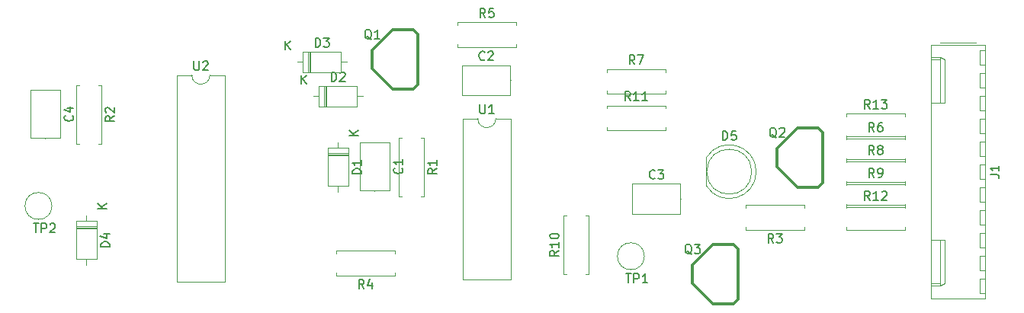
<source format=gbr>
%TF.GenerationSoftware,KiCad,Pcbnew,5.1.6-c6e7f7d~86~ubuntu16.04.1*%
%TF.CreationDate,2020-07-04T05:21:27+01:00*%
%TF.ProjectId,g850-pic-prog,67383530-2d70-4696-932d-70726f672e6b,rev?*%
%TF.SameCoordinates,Original*%
%TF.FileFunction,Legend,Top*%
%TF.FilePolarity,Positive*%
%FSLAX46Y46*%
G04 Gerber Fmt 4.6, Leading zero omitted, Abs format (unit mm)*
G04 Created by KiCad (PCBNEW 5.1.6-c6e7f7d~86~ubuntu16.04.1) date 2020-07-04 05:21:27*
%MOMM*%
%LPD*%
G01*
G04 APERTURE LIST*
%ADD10C,0.304800*%
%ADD11C,0.120000*%
%ADD12C,0.203200*%
%ADD13C,0.150000*%
G04 APERTURE END LIST*
D10*
%TO.C,Q2*%
X179832000Y-85090000D02*
X179832000Y-83058000D01*
X179832000Y-85090000D02*
X182118000Y-87376000D01*
X179832000Y-83058000D02*
X182118000Y-80772000D01*
X184404000Y-87376000D02*
X182118000Y-87376000D01*
X184912000Y-86868000D02*
X184404000Y-87376000D01*
X184912000Y-81280000D02*
X184912000Y-86868000D01*
X184404000Y-80772000D02*
X184912000Y-81280000D01*
X182118000Y-80772000D02*
X184404000Y-80772000D01*
D11*
%TO.C,U2*%
X116824000Y-74870000D02*
G75*
G02*
X114824000Y-74870000I-1000000J0D01*
G01*
X114824000Y-74870000D02*
X113174000Y-74870000D01*
X113174000Y-74870000D02*
X113174000Y-97850000D01*
X113174000Y-97850000D02*
X118474000Y-97850000D01*
X118474000Y-97850000D02*
X118474000Y-74870000D01*
X118474000Y-74870000D02*
X116824000Y-74870000D01*
%TO.C,U1*%
X148574000Y-79696000D02*
G75*
G02*
X146574000Y-79696000I-1000000J0D01*
G01*
X146574000Y-79696000D02*
X144924000Y-79696000D01*
X144924000Y-79696000D02*
X144924000Y-97596000D01*
X144924000Y-97596000D02*
X150224000Y-97596000D01*
X150224000Y-97596000D02*
X150224000Y-79696000D01*
X150224000Y-79696000D02*
X148574000Y-79696000D01*
%TO.C,TP2*%
X99290000Y-89408000D02*
G75*
G03*
X99290000Y-89408000I-1500000J0D01*
G01*
%TO.C,TP1*%
X165076000Y-94996000D02*
G75*
G03*
X165076000Y-94996000I-1500000J0D01*
G01*
%TO.C,R13*%
X187484000Y-79478000D02*
X187484000Y-79148000D01*
X187484000Y-79148000D02*
X194024000Y-79148000D01*
X194024000Y-79148000D02*
X194024000Y-79478000D01*
X187484000Y-81558000D02*
X187484000Y-81888000D01*
X187484000Y-81888000D02*
X194024000Y-81888000D01*
X194024000Y-81888000D02*
X194024000Y-81558000D01*
%TO.C,R12*%
X187484000Y-89638000D02*
X187484000Y-89308000D01*
X187484000Y-89308000D02*
X194024000Y-89308000D01*
X194024000Y-89308000D02*
X194024000Y-89638000D01*
X187484000Y-91718000D02*
X187484000Y-92048000D01*
X187484000Y-92048000D02*
X194024000Y-92048000D01*
X194024000Y-92048000D02*
X194024000Y-91718000D01*
%TO.C,R11*%
X160882000Y-78574000D02*
X160882000Y-78244000D01*
X160882000Y-78244000D02*
X167422000Y-78244000D01*
X167422000Y-78244000D02*
X167422000Y-78574000D01*
X160882000Y-80654000D02*
X160882000Y-80984000D01*
X160882000Y-80984000D02*
X167422000Y-80984000D01*
X167422000Y-80984000D02*
X167422000Y-80654000D01*
%TO.C,R10*%
X156440000Y-96996000D02*
X156110000Y-96996000D01*
X156110000Y-96996000D02*
X156110000Y-90456000D01*
X156110000Y-90456000D02*
X156440000Y-90456000D01*
X158520000Y-96996000D02*
X158850000Y-96996000D01*
X158850000Y-96996000D02*
X158850000Y-90456000D01*
X158850000Y-90456000D02*
X158520000Y-90456000D01*
%TO.C,R9*%
X187484000Y-87098000D02*
X187484000Y-86768000D01*
X187484000Y-86768000D02*
X194024000Y-86768000D01*
X194024000Y-86768000D02*
X194024000Y-87098000D01*
X187484000Y-89178000D02*
X187484000Y-89508000D01*
X187484000Y-89508000D02*
X194024000Y-89508000D01*
X194024000Y-89508000D02*
X194024000Y-89178000D01*
%TO.C,R8*%
X187484000Y-84558000D02*
X187484000Y-84228000D01*
X187484000Y-84228000D02*
X194024000Y-84228000D01*
X194024000Y-84228000D02*
X194024000Y-84558000D01*
X187484000Y-86638000D02*
X187484000Y-86968000D01*
X187484000Y-86968000D02*
X194024000Y-86968000D01*
X194024000Y-86968000D02*
X194024000Y-86638000D01*
%TO.C,R7*%
X160882000Y-74524000D02*
X160882000Y-74194000D01*
X160882000Y-74194000D02*
X167422000Y-74194000D01*
X167422000Y-74194000D02*
X167422000Y-74524000D01*
X160882000Y-76604000D02*
X160882000Y-76934000D01*
X160882000Y-76934000D02*
X167422000Y-76934000D01*
X167422000Y-76934000D02*
X167422000Y-76604000D01*
%TO.C,R6*%
X187484000Y-82018000D02*
X187484000Y-81688000D01*
X187484000Y-81688000D02*
X194024000Y-81688000D01*
X194024000Y-81688000D02*
X194024000Y-82018000D01*
X187484000Y-84098000D02*
X187484000Y-84428000D01*
X187484000Y-84428000D02*
X194024000Y-84428000D01*
X194024000Y-84428000D02*
X194024000Y-84098000D01*
%TO.C,R5*%
X144304000Y-69318000D02*
X144304000Y-68988000D01*
X144304000Y-68988000D02*
X150844000Y-68988000D01*
X150844000Y-68988000D02*
X150844000Y-69318000D01*
X144304000Y-71398000D02*
X144304000Y-71728000D01*
X144304000Y-71728000D02*
X150844000Y-71728000D01*
X150844000Y-71728000D02*
X150844000Y-71398000D01*
%TO.C,R4*%
X137382000Y-96798000D02*
X137382000Y-97128000D01*
X137382000Y-97128000D02*
X130842000Y-97128000D01*
X130842000Y-97128000D02*
X130842000Y-96798000D01*
X137382000Y-94718000D02*
X137382000Y-94388000D01*
X137382000Y-94388000D02*
X130842000Y-94388000D01*
X130842000Y-94388000D02*
X130842000Y-94718000D01*
%TO.C,R3*%
X182848000Y-91718000D02*
X182848000Y-92048000D01*
X182848000Y-92048000D02*
X176308000Y-92048000D01*
X176308000Y-92048000D02*
X176308000Y-91718000D01*
X182848000Y-89638000D02*
X182848000Y-89308000D01*
X182848000Y-89308000D02*
X176308000Y-89308000D01*
X176308000Y-89308000D02*
X176308000Y-89638000D01*
%TO.C,R2*%
X104418000Y-75978000D02*
X104748000Y-75978000D01*
X104748000Y-75978000D02*
X104748000Y-82518000D01*
X104748000Y-82518000D02*
X104418000Y-82518000D01*
X102338000Y-75978000D02*
X102008000Y-75978000D01*
X102008000Y-75978000D02*
X102008000Y-82518000D01*
X102008000Y-82518000D02*
X102338000Y-82518000D01*
%TO.C,R1*%
X140232000Y-81820000D02*
X140562000Y-81820000D01*
X140562000Y-81820000D02*
X140562000Y-88360000D01*
X140562000Y-88360000D02*
X140232000Y-88360000D01*
X138152000Y-81820000D02*
X137822000Y-81820000D01*
X137822000Y-81820000D02*
X137822000Y-88360000D01*
X137822000Y-88360000D02*
X138152000Y-88360000D01*
D10*
%TO.C,Q3*%
X170434000Y-98044000D02*
X170434000Y-96012000D01*
X170434000Y-98044000D02*
X172720000Y-100330000D01*
X170434000Y-96012000D02*
X172720000Y-93726000D01*
X175006000Y-100330000D02*
X172720000Y-100330000D01*
X175514000Y-99822000D02*
X175006000Y-100330000D01*
X175514000Y-94234000D02*
X175514000Y-99822000D01*
X175006000Y-93726000D02*
X175514000Y-94234000D01*
X172720000Y-93726000D02*
X175006000Y-93726000D01*
%TO.C,Q1*%
X134874000Y-74168000D02*
X134874000Y-72136000D01*
X134874000Y-74168000D02*
X137160000Y-76454000D01*
X134874000Y-72136000D02*
X137160000Y-69850000D01*
X139446000Y-76454000D02*
X137160000Y-76454000D01*
X139954000Y-75946000D02*
X139446000Y-76454000D01*
X139954000Y-70358000D02*
X139954000Y-75946000D01*
X139446000Y-69850000D02*
X139954000Y-70358000D01*
X137160000Y-69850000D02*
X139446000Y-69850000D01*
D11*
%TO.C,J1*%
X202928000Y-71518000D02*
X196908000Y-71518000D01*
X196908000Y-71518000D02*
X196908000Y-99678000D01*
X196908000Y-99678000D02*
X202928000Y-99678000D01*
X202928000Y-99678000D02*
X202928000Y-71518000D01*
X201898000Y-71228000D02*
X197898000Y-71228000D01*
X196908000Y-72898000D02*
X197908000Y-72898000D01*
X197908000Y-72898000D02*
X197908000Y-77978000D01*
X197908000Y-77978000D02*
X196908000Y-77978000D01*
X197908000Y-72898000D02*
X198438000Y-73148000D01*
X198438000Y-73148000D02*
X198438000Y-77978000D01*
X198438000Y-77978000D02*
X197908000Y-77978000D01*
X196908000Y-73148000D02*
X197908000Y-73148000D01*
X196908000Y-98298000D02*
X197908000Y-98298000D01*
X197908000Y-98298000D02*
X197908000Y-93218000D01*
X197908000Y-93218000D02*
X196908000Y-93218000D01*
X197908000Y-98298000D02*
X198438000Y-98048000D01*
X198438000Y-98048000D02*
X198438000Y-93218000D01*
X198438000Y-93218000D02*
X197908000Y-93218000D01*
X196908000Y-98048000D02*
X197908000Y-98048000D01*
X202928000Y-72098000D02*
X202328000Y-72098000D01*
X202328000Y-72098000D02*
X202328000Y-73698000D01*
X202328000Y-73698000D02*
X202928000Y-73698000D01*
X202928000Y-74638000D02*
X202328000Y-74638000D01*
X202328000Y-74638000D02*
X202328000Y-76238000D01*
X202328000Y-76238000D02*
X202928000Y-76238000D01*
X202928000Y-77178000D02*
X202328000Y-77178000D01*
X202328000Y-77178000D02*
X202328000Y-78778000D01*
X202328000Y-78778000D02*
X202928000Y-78778000D01*
X202928000Y-79718000D02*
X202328000Y-79718000D01*
X202328000Y-79718000D02*
X202328000Y-81318000D01*
X202328000Y-81318000D02*
X202928000Y-81318000D01*
X202928000Y-82258000D02*
X202328000Y-82258000D01*
X202328000Y-82258000D02*
X202328000Y-83858000D01*
X202328000Y-83858000D02*
X202928000Y-83858000D01*
X202928000Y-84798000D02*
X202328000Y-84798000D01*
X202328000Y-84798000D02*
X202328000Y-86398000D01*
X202328000Y-86398000D02*
X202928000Y-86398000D01*
X202928000Y-87338000D02*
X202328000Y-87338000D01*
X202328000Y-87338000D02*
X202328000Y-88938000D01*
X202328000Y-88938000D02*
X202928000Y-88938000D01*
X202928000Y-89878000D02*
X202328000Y-89878000D01*
X202328000Y-89878000D02*
X202328000Y-91478000D01*
X202328000Y-91478000D02*
X202928000Y-91478000D01*
X202928000Y-92418000D02*
X202328000Y-92418000D01*
X202328000Y-92418000D02*
X202328000Y-94018000D01*
X202328000Y-94018000D02*
X202928000Y-94018000D01*
X202928000Y-94958000D02*
X202328000Y-94958000D01*
X202328000Y-94958000D02*
X202328000Y-96558000D01*
X202328000Y-96558000D02*
X202928000Y-96558000D01*
X202928000Y-97498000D02*
X202328000Y-97498000D01*
X202328000Y-97498000D02*
X202328000Y-99098000D01*
X202328000Y-99098000D02*
X202928000Y-99098000D01*
%TO.C,D5*%
X177488000Y-85597538D02*
G75*
G02*
X171938000Y-87142830I-2990000J-462D01*
G01*
X177488000Y-85598462D02*
G75*
G03*
X171938000Y-84053170I-2990000J462D01*
G01*
X176998000Y-85598000D02*
G75*
G03*
X176998000Y-85598000I-2500000J0D01*
G01*
X171938000Y-84053000D02*
X171938000Y-87143000D01*
%TO.C,D4*%
X104244000Y-91098000D02*
X102004000Y-91098000D01*
X102004000Y-91098000D02*
X102004000Y-95338000D01*
X102004000Y-95338000D02*
X104244000Y-95338000D01*
X104244000Y-95338000D02*
X104244000Y-91098000D01*
X103124000Y-90448000D02*
X103124000Y-91098000D01*
X103124000Y-95988000D02*
X103124000Y-95338000D01*
X104244000Y-91818000D02*
X102004000Y-91818000D01*
X104244000Y-91938000D02*
X102004000Y-91938000D01*
X104244000Y-91698000D02*
X102004000Y-91698000D01*
%TO.C,D3*%
X127166000Y-72286000D02*
X127166000Y-74526000D01*
X127166000Y-74526000D02*
X131406000Y-74526000D01*
X131406000Y-74526000D02*
X131406000Y-72286000D01*
X131406000Y-72286000D02*
X127166000Y-72286000D01*
X126516000Y-73406000D02*
X127166000Y-73406000D01*
X132056000Y-73406000D02*
X131406000Y-73406000D01*
X127886000Y-72286000D02*
X127886000Y-74526000D01*
X128006000Y-72286000D02*
X128006000Y-74526000D01*
X127766000Y-72286000D02*
X127766000Y-74526000D01*
%TO.C,D2*%
X128944000Y-76096000D02*
X128944000Y-78336000D01*
X128944000Y-78336000D02*
X133184000Y-78336000D01*
X133184000Y-78336000D02*
X133184000Y-76096000D01*
X133184000Y-76096000D02*
X128944000Y-76096000D01*
X128294000Y-77216000D02*
X128944000Y-77216000D01*
X133834000Y-77216000D02*
X133184000Y-77216000D01*
X129664000Y-76096000D02*
X129664000Y-78336000D01*
X129784000Y-76096000D02*
X129784000Y-78336000D01*
X129544000Y-76096000D02*
X129544000Y-78336000D01*
%TO.C,D1*%
X132184000Y-82970000D02*
X129944000Y-82970000D01*
X129944000Y-82970000D02*
X129944000Y-87210000D01*
X129944000Y-87210000D02*
X132184000Y-87210000D01*
X132184000Y-87210000D02*
X132184000Y-82970000D01*
X131064000Y-82320000D02*
X131064000Y-82970000D01*
X131064000Y-87860000D02*
X131064000Y-87210000D01*
X132184000Y-83690000D02*
X129944000Y-83690000D01*
X132184000Y-83810000D02*
X129944000Y-83810000D01*
X132184000Y-83570000D02*
X129944000Y-83570000D01*
%TO.C,C4*%
X100222000Y-76518000D02*
X96882000Y-76518000D01*
X96882000Y-76518000D02*
X96882000Y-81858000D01*
X96882000Y-81858000D02*
X100222000Y-81858000D01*
X100222000Y-81858000D02*
X100222000Y-76518000D01*
X98552000Y-76478000D02*
X98552000Y-76518000D01*
X98552000Y-81898000D02*
X98552000Y-81858000D01*
%TO.C,C3*%
X163742000Y-86944000D02*
X163742000Y-90284000D01*
X163742000Y-90284000D02*
X169082000Y-90284000D01*
X169082000Y-90284000D02*
X169082000Y-86944000D01*
X169082000Y-86944000D02*
X163742000Y-86944000D01*
X163702000Y-88614000D02*
X163742000Y-88614000D01*
X169122000Y-88614000D02*
X169082000Y-88614000D01*
%TO.C,C2*%
X144844000Y-73768000D02*
X144844000Y-77108000D01*
X144844000Y-77108000D02*
X150184000Y-77108000D01*
X150184000Y-77108000D02*
X150184000Y-73768000D01*
X150184000Y-73768000D02*
X144844000Y-73768000D01*
X144804000Y-75438000D02*
X144844000Y-75438000D01*
X150224000Y-75438000D02*
X150184000Y-75438000D01*
%TO.C,C1*%
X136798000Y-82360000D02*
X133458000Y-82360000D01*
X133458000Y-82360000D02*
X133458000Y-87700000D01*
X133458000Y-87700000D02*
X136798000Y-87700000D01*
X136798000Y-87700000D02*
X136798000Y-82360000D01*
X135128000Y-82320000D02*
X135128000Y-82360000D01*
X135128000Y-87740000D02*
X135128000Y-87700000D01*
%TO.C,Q2*%
D12*
X179735238Y-81836380D02*
X179638476Y-81788000D01*
X179541714Y-81691238D01*
X179396571Y-81546095D01*
X179299809Y-81497714D01*
X179203047Y-81497714D01*
X179251428Y-81739619D02*
X179154666Y-81691238D01*
X179057904Y-81594476D01*
X179009523Y-81400952D01*
X179009523Y-81062285D01*
X179057904Y-80868761D01*
X179154666Y-80772000D01*
X179251428Y-80723619D01*
X179444952Y-80723619D01*
X179541714Y-80772000D01*
X179638476Y-80868761D01*
X179686857Y-81062285D01*
X179686857Y-81400952D01*
X179638476Y-81594476D01*
X179541714Y-81691238D01*
X179444952Y-81739619D01*
X179251428Y-81739619D01*
X180073904Y-80820380D02*
X180122285Y-80772000D01*
X180219047Y-80723619D01*
X180460952Y-80723619D01*
X180557714Y-80772000D01*
X180606095Y-80820380D01*
X180654476Y-80917142D01*
X180654476Y-81013904D01*
X180606095Y-81159047D01*
X180025523Y-81739619D01*
X180654476Y-81739619D01*
%TO.C,U2*%
D13*
X115062095Y-73322380D02*
X115062095Y-74131904D01*
X115109714Y-74227142D01*
X115157333Y-74274761D01*
X115252571Y-74322380D01*
X115443047Y-74322380D01*
X115538285Y-74274761D01*
X115585904Y-74227142D01*
X115633523Y-74131904D01*
X115633523Y-73322380D01*
X116062095Y-73417619D02*
X116109714Y-73370000D01*
X116204952Y-73322380D01*
X116443047Y-73322380D01*
X116538285Y-73370000D01*
X116585904Y-73417619D01*
X116633523Y-73512857D01*
X116633523Y-73608095D01*
X116585904Y-73750952D01*
X116014476Y-74322380D01*
X116633523Y-74322380D01*
%TO.C,U1*%
X146812095Y-78148380D02*
X146812095Y-78957904D01*
X146859714Y-79053142D01*
X146907333Y-79100761D01*
X147002571Y-79148380D01*
X147193047Y-79148380D01*
X147288285Y-79100761D01*
X147335904Y-79053142D01*
X147383523Y-78957904D01*
X147383523Y-78148380D01*
X148383523Y-79148380D02*
X147812095Y-79148380D01*
X148097809Y-79148380D02*
X148097809Y-78148380D01*
X148002571Y-78291238D01*
X147907333Y-78386476D01*
X147812095Y-78434095D01*
%TO.C,TP2*%
X97228095Y-91360380D02*
X97799523Y-91360380D01*
X97513809Y-92360380D02*
X97513809Y-91360380D01*
X98132857Y-92360380D02*
X98132857Y-91360380D01*
X98513809Y-91360380D01*
X98609047Y-91408000D01*
X98656666Y-91455619D01*
X98704285Y-91550857D01*
X98704285Y-91693714D01*
X98656666Y-91788952D01*
X98609047Y-91836571D01*
X98513809Y-91884190D01*
X98132857Y-91884190D01*
X99085238Y-91455619D02*
X99132857Y-91408000D01*
X99228095Y-91360380D01*
X99466190Y-91360380D01*
X99561428Y-91408000D01*
X99609047Y-91455619D01*
X99656666Y-91550857D01*
X99656666Y-91646095D01*
X99609047Y-91788952D01*
X99037619Y-92360380D01*
X99656666Y-92360380D01*
%TO.C,TP1*%
X163014095Y-96948380D02*
X163585523Y-96948380D01*
X163299809Y-97948380D02*
X163299809Y-96948380D01*
X163918857Y-97948380D02*
X163918857Y-96948380D01*
X164299809Y-96948380D01*
X164395047Y-96996000D01*
X164442666Y-97043619D01*
X164490285Y-97138857D01*
X164490285Y-97281714D01*
X164442666Y-97376952D01*
X164395047Y-97424571D01*
X164299809Y-97472190D01*
X163918857Y-97472190D01*
X165442666Y-97948380D02*
X164871238Y-97948380D01*
X165156952Y-97948380D02*
X165156952Y-96948380D01*
X165061714Y-97091238D01*
X164966476Y-97186476D01*
X164871238Y-97234095D01*
%TO.C,R13*%
X190111142Y-78600380D02*
X189777809Y-78124190D01*
X189539714Y-78600380D02*
X189539714Y-77600380D01*
X189920666Y-77600380D01*
X190015904Y-77648000D01*
X190063523Y-77695619D01*
X190111142Y-77790857D01*
X190111142Y-77933714D01*
X190063523Y-78028952D01*
X190015904Y-78076571D01*
X189920666Y-78124190D01*
X189539714Y-78124190D01*
X191063523Y-78600380D02*
X190492095Y-78600380D01*
X190777809Y-78600380D02*
X190777809Y-77600380D01*
X190682571Y-77743238D01*
X190587333Y-77838476D01*
X190492095Y-77886095D01*
X191396857Y-77600380D02*
X192015904Y-77600380D01*
X191682571Y-77981333D01*
X191825428Y-77981333D01*
X191920666Y-78028952D01*
X191968285Y-78076571D01*
X192015904Y-78171809D01*
X192015904Y-78409904D01*
X191968285Y-78505142D01*
X191920666Y-78552761D01*
X191825428Y-78600380D01*
X191539714Y-78600380D01*
X191444476Y-78552761D01*
X191396857Y-78505142D01*
%TO.C,R12*%
X190111142Y-88760380D02*
X189777809Y-88284190D01*
X189539714Y-88760380D02*
X189539714Y-87760380D01*
X189920666Y-87760380D01*
X190015904Y-87808000D01*
X190063523Y-87855619D01*
X190111142Y-87950857D01*
X190111142Y-88093714D01*
X190063523Y-88188952D01*
X190015904Y-88236571D01*
X189920666Y-88284190D01*
X189539714Y-88284190D01*
X191063523Y-88760380D02*
X190492095Y-88760380D01*
X190777809Y-88760380D02*
X190777809Y-87760380D01*
X190682571Y-87903238D01*
X190587333Y-87998476D01*
X190492095Y-88046095D01*
X191444476Y-87855619D02*
X191492095Y-87808000D01*
X191587333Y-87760380D01*
X191825428Y-87760380D01*
X191920666Y-87808000D01*
X191968285Y-87855619D01*
X192015904Y-87950857D01*
X192015904Y-88046095D01*
X191968285Y-88188952D01*
X191396857Y-88760380D01*
X192015904Y-88760380D01*
%TO.C,R11*%
X163509142Y-77696380D02*
X163175809Y-77220190D01*
X162937714Y-77696380D02*
X162937714Y-76696380D01*
X163318666Y-76696380D01*
X163413904Y-76744000D01*
X163461523Y-76791619D01*
X163509142Y-76886857D01*
X163509142Y-77029714D01*
X163461523Y-77124952D01*
X163413904Y-77172571D01*
X163318666Y-77220190D01*
X162937714Y-77220190D01*
X164461523Y-77696380D02*
X163890095Y-77696380D01*
X164175809Y-77696380D02*
X164175809Y-76696380D01*
X164080571Y-76839238D01*
X163985333Y-76934476D01*
X163890095Y-76982095D01*
X165413904Y-77696380D02*
X164842476Y-77696380D01*
X165128190Y-77696380D02*
X165128190Y-76696380D01*
X165032952Y-76839238D01*
X164937714Y-76934476D01*
X164842476Y-76982095D01*
%TO.C,R10*%
X155562380Y-94368857D02*
X155086190Y-94702190D01*
X155562380Y-94940285D02*
X154562380Y-94940285D01*
X154562380Y-94559333D01*
X154610000Y-94464095D01*
X154657619Y-94416476D01*
X154752857Y-94368857D01*
X154895714Y-94368857D01*
X154990952Y-94416476D01*
X155038571Y-94464095D01*
X155086190Y-94559333D01*
X155086190Y-94940285D01*
X155562380Y-93416476D02*
X155562380Y-93987904D01*
X155562380Y-93702190D02*
X154562380Y-93702190D01*
X154705238Y-93797428D01*
X154800476Y-93892666D01*
X154848095Y-93987904D01*
X154562380Y-92797428D02*
X154562380Y-92702190D01*
X154610000Y-92606952D01*
X154657619Y-92559333D01*
X154752857Y-92511714D01*
X154943333Y-92464095D01*
X155181428Y-92464095D01*
X155371904Y-92511714D01*
X155467142Y-92559333D01*
X155514761Y-92606952D01*
X155562380Y-92702190D01*
X155562380Y-92797428D01*
X155514761Y-92892666D01*
X155467142Y-92940285D01*
X155371904Y-92987904D01*
X155181428Y-93035523D01*
X154943333Y-93035523D01*
X154752857Y-92987904D01*
X154657619Y-92940285D01*
X154610000Y-92892666D01*
X154562380Y-92797428D01*
%TO.C,R9*%
X190587333Y-86220380D02*
X190254000Y-85744190D01*
X190015904Y-86220380D02*
X190015904Y-85220380D01*
X190396857Y-85220380D01*
X190492095Y-85268000D01*
X190539714Y-85315619D01*
X190587333Y-85410857D01*
X190587333Y-85553714D01*
X190539714Y-85648952D01*
X190492095Y-85696571D01*
X190396857Y-85744190D01*
X190015904Y-85744190D01*
X191063523Y-86220380D02*
X191254000Y-86220380D01*
X191349238Y-86172761D01*
X191396857Y-86125142D01*
X191492095Y-85982285D01*
X191539714Y-85791809D01*
X191539714Y-85410857D01*
X191492095Y-85315619D01*
X191444476Y-85268000D01*
X191349238Y-85220380D01*
X191158761Y-85220380D01*
X191063523Y-85268000D01*
X191015904Y-85315619D01*
X190968285Y-85410857D01*
X190968285Y-85648952D01*
X191015904Y-85744190D01*
X191063523Y-85791809D01*
X191158761Y-85839428D01*
X191349238Y-85839428D01*
X191444476Y-85791809D01*
X191492095Y-85744190D01*
X191539714Y-85648952D01*
%TO.C,R8*%
X190587333Y-83680380D02*
X190254000Y-83204190D01*
X190015904Y-83680380D02*
X190015904Y-82680380D01*
X190396857Y-82680380D01*
X190492095Y-82728000D01*
X190539714Y-82775619D01*
X190587333Y-82870857D01*
X190587333Y-83013714D01*
X190539714Y-83108952D01*
X190492095Y-83156571D01*
X190396857Y-83204190D01*
X190015904Y-83204190D01*
X191158761Y-83108952D02*
X191063523Y-83061333D01*
X191015904Y-83013714D01*
X190968285Y-82918476D01*
X190968285Y-82870857D01*
X191015904Y-82775619D01*
X191063523Y-82728000D01*
X191158761Y-82680380D01*
X191349238Y-82680380D01*
X191444476Y-82728000D01*
X191492095Y-82775619D01*
X191539714Y-82870857D01*
X191539714Y-82918476D01*
X191492095Y-83013714D01*
X191444476Y-83061333D01*
X191349238Y-83108952D01*
X191158761Y-83108952D01*
X191063523Y-83156571D01*
X191015904Y-83204190D01*
X190968285Y-83299428D01*
X190968285Y-83489904D01*
X191015904Y-83585142D01*
X191063523Y-83632761D01*
X191158761Y-83680380D01*
X191349238Y-83680380D01*
X191444476Y-83632761D01*
X191492095Y-83585142D01*
X191539714Y-83489904D01*
X191539714Y-83299428D01*
X191492095Y-83204190D01*
X191444476Y-83156571D01*
X191349238Y-83108952D01*
%TO.C,R7*%
X163985333Y-73646380D02*
X163652000Y-73170190D01*
X163413904Y-73646380D02*
X163413904Y-72646380D01*
X163794857Y-72646380D01*
X163890095Y-72694000D01*
X163937714Y-72741619D01*
X163985333Y-72836857D01*
X163985333Y-72979714D01*
X163937714Y-73074952D01*
X163890095Y-73122571D01*
X163794857Y-73170190D01*
X163413904Y-73170190D01*
X164318666Y-72646380D02*
X164985333Y-72646380D01*
X164556761Y-73646380D01*
%TO.C,R6*%
X190587333Y-81140380D02*
X190254000Y-80664190D01*
X190015904Y-81140380D02*
X190015904Y-80140380D01*
X190396857Y-80140380D01*
X190492095Y-80188000D01*
X190539714Y-80235619D01*
X190587333Y-80330857D01*
X190587333Y-80473714D01*
X190539714Y-80568952D01*
X190492095Y-80616571D01*
X190396857Y-80664190D01*
X190015904Y-80664190D01*
X191444476Y-80140380D02*
X191254000Y-80140380D01*
X191158761Y-80188000D01*
X191111142Y-80235619D01*
X191015904Y-80378476D01*
X190968285Y-80568952D01*
X190968285Y-80949904D01*
X191015904Y-81045142D01*
X191063523Y-81092761D01*
X191158761Y-81140380D01*
X191349238Y-81140380D01*
X191444476Y-81092761D01*
X191492095Y-81045142D01*
X191539714Y-80949904D01*
X191539714Y-80711809D01*
X191492095Y-80616571D01*
X191444476Y-80568952D01*
X191349238Y-80521333D01*
X191158761Y-80521333D01*
X191063523Y-80568952D01*
X191015904Y-80616571D01*
X190968285Y-80711809D01*
%TO.C,R5*%
X147407333Y-68440380D02*
X147074000Y-67964190D01*
X146835904Y-68440380D02*
X146835904Y-67440380D01*
X147216857Y-67440380D01*
X147312095Y-67488000D01*
X147359714Y-67535619D01*
X147407333Y-67630857D01*
X147407333Y-67773714D01*
X147359714Y-67868952D01*
X147312095Y-67916571D01*
X147216857Y-67964190D01*
X146835904Y-67964190D01*
X148312095Y-67440380D02*
X147835904Y-67440380D01*
X147788285Y-67916571D01*
X147835904Y-67868952D01*
X147931142Y-67821333D01*
X148169238Y-67821333D01*
X148264476Y-67868952D01*
X148312095Y-67916571D01*
X148359714Y-68011809D01*
X148359714Y-68249904D01*
X148312095Y-68345142D01*
X148264476Y-68392761D01*
X148169238Y-68440380D01*
X147931142Y-68440380D01*
X147835904Y-68392761D01*
X147788285Y-68345142D01*
%TO.C,R4*%
X133945333Y-98580380D02*
X133612000Y-98104190D01*
X133373904Y-98580380D02*
X133373904Y-97580380D01*
X133754857Y-97580380D01*
X133850095Y-97628000D01*
X133897714Y-97675619D01*
X133945333Y-97770857D01*
X133945333Y-97913714D01*
X133897714Y-98008952D01*
X133850095Y-98056571D01*
X133754857Y-98104190D01*
X133373904Y-98104190D01*
X134802476Y-97913714D02*
X134802476Y-98580380D01*
X134564380Y-97532761D02*
X134326285Y-98247047D01*
X134945333Y-98247047D01*
%TO.C,R3*%
X179411333Y-93500380D02*
X179078000Y-93024190D01*
X178839904Y-93500380D02*
X178839904Y-92500380D01*
X179220857Y-92500380D01*
X179316095Y-92548000D01*
X179363714Y-92595619D01*
X179411333Y-92690857D01*
X179411333Y-92833714D01*
X179363714Y-92928952D01*
X179316095Y-92976571D01*
X179220857Y-93024190D01*
X178839904Y-93024190D01*
X179744666Y-92500380D02*
X180363714Y-92500380D01*
X180030380Y-92881333D01*
X180173238Y-92881333D01*
X180268476Y-92928952D01*
X180316095Y-92976571D01*
X180363714Y-93071809D01*
X180363714Y-93309904D01*
X180316095Y-93405142D01*
X180268476Y-93452761D01*
X180173238Y-93500380D01*
X179887523Y-93500380D01*
X179792285Y-93452761D01*
X179744666Y-93405142D01*
%TO.C,R2*%
X106200380Y-79414666D02*
X105724190Y-79748000D01*
X106200380Y-79986095D02*
X105200380Y-79986095D01*
X105200380Y-79605142D01*
X105248000Y-79509904D01*
X105295619Y-79462285D01*
X105390857Y-79414666D01*
X105533714Y-79414666D01*
X105628952Y-79462285D01*
X105676571Y-79509904D01*
X105724190Y-79605142D01*
X105724190Y-79986095D01*
X105295619Y-79033714D02*
X105248000Y-78986095D01*
X105200380Y-78890857D01*
X105200380Y-78652761D01*
X105248000Y-78557523D01*
X105295619Y-78509904D01*
X105390857Y-78462285D01*
X105486095Y-78462285D01*
X105628952Y-78509904D01*
X106200380Y-79081333D01*
X106200380Y-78462285D01*
%TO.C,R1*%
X142014380Y-85256666D02*
X141538190Y-85590000D01*
X142014380Y-85828095D02*
X141014380Y-85828095D01*
X141014380Y-85447142D01*
X141062000Y-85351904D01*
X141109619Y-85304285D01*
X141204857Y-85256666D01*
X141347714Y-85256666D01*
X141442952Y-85304285D01*
X141490571Y-85351904D01*
X141538190Y-85447142D01*
X141538190Y-85828095D01*
X142014380Y-84304285D02*
X142014380Y-84875714D01*
X142014380Y-84590000D02*
X141014380Y-84590000D01*
X141157238Y-84685238D01*
X141252476Y-84780476D01*
X141300095Y-84875714D01*
%TO.C,Q3*%
D12*
X170337238Y-94790380D02*
X170240476Y-94742000D01*
X170143714Y-94645238D01*
X169998571Y-94500095D01*
X169901809Y-94451714D01*
X169805047Y-94451714D01*
X169853428Y-94693619D02*
X169756666Y-94645238D01*
X169659904Y-94548476D01*
X169611523Y-94354952D01*
X169611523Y-94016285D01*
X169659904Y-93822761D01*
X169756666Y-93726000D01*
X169853428Y-93677619D01*
X170046952Y-93677619D01*
X170143714Y-93726000D01*
X170240476Y-93822761D01*
X170288857Y-94016285D01*
X170288857Y-94354952D01*
X170240476Y-94548476D01*
X170143714Y-94645238D01*
X170046952Y-94693619D01*
X169853428Y-94693619D01*
X170627523Y-93677619D02*
X171256476Y-93677619D01*
X170917809Y-94064666D01*
X171062952Y-94064666D01*
X171159714Y-94113047D01*
X171208095Y-94161428D01*
X171256476Y-94258190D01*
X171256476Y-94500095D01*
X171208095Y-94596857D01*
X171159714Y-94645238D01*
X171062952Y-94693619D01*
X170772666Y-94693619D01*
X170675904Y-94645238D01*
X170627523Y-94596857D01*
%TO.C,Q1*%
X134777238Y-70914380D02*
X134680476Y-70866000D01*
X134583714Y-70769238D01*
X134438571Y-70624095D01*
X134341809Y-70575714D01*
X134245047Y-70575714D01*
X134293428Y-70817619D02*
X134196666Y-70769238D01*
X134099904Y-70672476D01*
X134051523Y-70478952D01*
X134051523Y-70140285D01*
X134099904Y-69946761D01*
X134196666Y-69850000D01*
X134293428Y-69801619D01*
X134486952Y-69801619D01*
X134583714Y-69850000D01*
X134680476Y-69946761D01*
X134728857Y-70140285D01*
X134728857Y-70478952D01*
X134680476Y-70672476D01*
X134583714Y-70769238D01*
X134486952Y-70817619D01*
X134293428Y-70817619D01*
X135696476Y-70817619D02*
X135115904Y-70817619D01*
X135406190Y-70817619D02*
X135406190Y-69801619D01*
X135309428Y-69946761D01*
X135212666Y-70043523D01*
X135115904Y-70091904D01*
%TO.C,J1*%
D13*
X203470380Y-85931333D02*
X204184666Y-85931333D01*
X204327523Y-85978952D01*
X204422761Y-86074190D01*
X204470380Y-86217047D01*
X204470380Y-86312285D01*
X204470380Y-84931333D02*
X204470380Y-85502761D01*
X204470380Y-85217047D02*
X203470380Y-85217047D01*
X203613238Y-85312285D01*
X203708476Y-85407523D01*
X203756095Y-85502761D01*
%TO.C,D5*%
X173759904Y-82090380D02*
X173759904Y-81090380D01*
X173998000Y-81090380D01*
X174140857Y-81138000D01*
X174236095Y-81233238D01*
X174283714Y-81328476D01*
X174331333Y-81518952D01*
X174331333Y-81661809D01*
X174283714Y-81852285D01*
X174236095Y-81947523D01*
X174140857Y-82042761D01*
X173998000Y-82090380D01*
X173759904Y-82090380D01*
X175236095Y-81090380D02*
X174759904Y-81090380D01*
X174712285Y-81566571D01*
X174759904Y-81518952D01*
X174855142Y-81471333D01*
X175093238Y-81471333D01*
X175188476Y-81518952D01*
X175236095Y-81566571D01*
X175283714Y-81661809D01*
X175283714Y-81899904D01*
X175236095Y-81995142D01*
X175188476Y-82042761D01*
X175093238Y-82090380D01*
X174855142Y-82090380D01*
X174759904Y-82042761D01*
X174712285Y-81995142D01*
%TO.C,D4*%
X105696380Y-93956095D02*
X104696380Y-93956095D01*
X104696380Y-93718000D01*
X104744000Y-93575142D01*
X104839238Y-93479904D01*
X104934476Y-93432285D01*
X105124952Y-93384666D01*
X105267809Y-93384666D01*
X105458285Y-93432285D01*
X105553523Y-93479904D01*
X105648761Y-93575142D01*
X105696380Y-93718000D01*
X105696380Y-93956095D01*
X105029714Y-92527523D02*
X105696380Y-92527523D01*
X104648761Y-92765619D02*
X105363047Y-93003714D01*
X105363047Y-92384666D01*
X105376380Y-89669904D02*
X104376380Y-89669904D01*
X105376380Y-89098476D02*
X104804952Y-89527047D01*
X104376380Y-89098476D02*
X104947809Y-89669904D01*
%TO.C,D3*%
X128547904Y-71738380D02*
X128547904Y-70738380D01*
X128786000Y-70738380D01*
X128928857Y-70786000D01*
X129024095Y-70881238D01*
X129071714Y-70976476D01*
X129119333Y-71166952D01*
X129119333Y-71309809D01*
X129071714Y-71500285D01*
X129024095Y-71595523D01*
X128928857Y-71690761D01*
X128786000Y-71738380D01*
X128547904Y-71738380D01*
X129452666Y-70738380D02*
X130071714Y-70738380D01*
X129738380Y-71119333D01*
X129881238Y-71119333D01*
X129976476Y-71166952D01*
X130024095Y-71214571D01*
X130071714Y-71309809D01*
X130071714Y-71547904D01*
X130024095Y-71643142D01*
X129976476Y-71690761D01*
X129881238Y-71738380D01*
X129595523Y-71738380D01*
X129500285Y-71690761D01*
X129452666Y-71643142D01*
X125214095Y-72058380D02*
X125214095Y-71058380D01*
X125785523Y-72058380D02*
X125356952Y-71486952D01*
X125785523Y-71058380D02*
X125214095Y-71629809D01*
%TO.C,D2*%
X130325904Y-75548380D02*
X130325904Y-74548380D01*
X130564000Y-74548380D01*
X130706857Y-74596000D01*
X130802095Y-74691238D01*
X130849714Y-74786476D01*
X130897333Y-74976952D01*
X130897333Y-75119809D01*
X130849714Y-75310285D01*
X130802095Y-75405523D01*
X130706857Y-75500761D01*
X130564000Y-75548380D01*
X130325904Y-75548380D01*
X131278285Y-74643619D02*
X131325904Y-74596000D01*
X131421142Y-74548380D01*
X131659238Y-74548380D01*
X131754476Y-74596000D01*
X131802095Y-74643619D01*
X131849714Y-74738857D01*
X131849714Y-74834095D01*
X131802095Y-74976952D01*
X131230666Y-75548380D01*
X131849714Y-75548380D01*
X126992095Y-75868380D02*
X126992095Y-74868380D01*
X127563523Y-75868380D02*
X127134952Y-75296952D01*
X127563523Y-74868380D02*
X126992095Y-75439809D01*
%TO.C,D1*%
X133636380Y-85828095D02*
X132636380Y-85828095D01*
X132636380Y-85590000D01*
X132684000Y-85447142D01*
X132779238Y-85351904D01*
X132874476Y-85304285D01*
X133064952Y-85256666D01*
X133207809Y-85256666D01*
X133398285Y-85304285D01*
X133493523Y-85351904D01*
X133588761Y-85447142D01*
X133636380Y-85590000D01*
X133636380Y-85828095D01*
X133636380Y-84304285D02*
X133636380Y-84875714D01*
X133636380Y-84590000D02*
X132636380Y-84590000D01*
X132779238Y-84685238D01*
X132874476Y-84780476D01*
X132922095Y-84875714D01*
X133316380Y-81541904D02*
X132316380Y-81541904D01*
X133316380Y-80970476D02*
X132744952Y-81399047D01*
X132316380Y-80970476D02*
X132887809Y-81541904D01*
%TO.C,C4*%
X101579142Y-79354666D02*
X101626761Y-79402285D01*
X101674380Y-79545142D01*
X101674380Y-79640380D01*
X101626761Y-79783238D01*
X101531523Y-79878476D01*
X101436285Y-79926095D01*
X101245809Y-79973714D01*
X101102952Y-79973714D01*
X100912476Y-79926095D01*
X100817238Y-79878476D01*
X100722000Y-79783238D01*
X100674380Y-79640380D01*
X100674380Y-79545142D01*
X100722000Y-79402285D01*
X100769619Y-79354666D01*
X101007714Y-78497523D02*
X101674380Y-78497523D01*
X100626761Y-78735619D02*
X101341047Y-78973714D01*
X101341047Y-78354666D01*
%TO.C,C3*%
X166245333Y-86301142D02*
X166197714Y-86348761D01*
X166054857Y-86396380D01*
X165959619Y-86396380D01*
X165816761Y-86348761D01*
X165721523Y-86253523D01*
X165673904Y-86158285D01*
X165626285Y-85967809D01*
X165626285Y-85824952D01*
X165673904Y-85634476D01*
X165721523Y-85539238D01*
X165816761Y-85444000D01*
X165959619Y-85396380D01*
X166054857Y-85396380D01*
X166197714Y-85444000D01*
X166245333Y-85491619D01*
X166578666Y-85396380D02*
X167197714Y-85396380D01*
X166864380Y-85777333D01*
X167007238Y-85777333D01*
X167102476Y-85824952D01*
X167150095Y-85872571D01*
X167197714Y-85967809D01*
X167197714Y-86205904D01*
X167150095Y-86301142D01*
X167102476Y-86348761D01*
X167007238Y-86396380D01*
X166721523Y-86396380D01*
X166626285Y-86348761D01*
X166578666Y-86301142D01*
%TO.C,C2*%
X147347333Y-73125142D02*
X147299714Y-73172761D01*
X147156857Y-73220380D01*
X147061619Y-73220380D01*
X146918761Y-73172761D01*
X146823523Y-73077523D01*
X146775904Y-72982285D01*
X146728285Y-72791809D01*
X146728285Y-72648952D01*
X146775904Y-72458476D01*
X146823523Y-72363238D01*
X146918761Y-72268000D01*
X147061619Y-72220380D01*
X147156857Y-72220380D01*
X147299714Y-72268000D01*
X147347333Y-72315619D01*
X147728285Y-72315619D02*
X147775904Y-72268000D01*
X147871142Y-72220380D01*
X148109238Y-72220380D01*
X148204476Y-72268000D01*
X148252095Y-72315619D01*
X148299714Y-72410857D01*
X148299714Y-72506095D01*
X148252095Y-72648952D01*
X147680666Y-73220380D01*
X148299714Y-73220380D01*
%TO.C,C1*%
X138155142Y-85196666D02*
X138202761Y-85244285D01*
X138250380Y-85387142D01*
X138250380Y-85482380D01*
X138202761Y-85625238D01*
X138107523Y-85720476D01*
X138012285Y-85768095D01*
X137821809Y-85815714D01*
X137678952Y-85815714D01*
X137488476Y-85768095D01*
X137393238Y-85720476D01*
X137298000Y-85625238D01*
X137250380Y-85482380D01*
X137250380Y-85387142D01*
X137298000Y-85244285D01*
X137345619Y-85196666D01*
X138250380Y-84244285D02*
X138250380Y-84815714D01*
X138250380Y-84530000D02*
X137250380Y-84530000D01*
X137393238Y-84625238D01*
X137488476Y-84720476D01*
X137536095Y-84815714D01*
%TD*%
M02*

</source>
